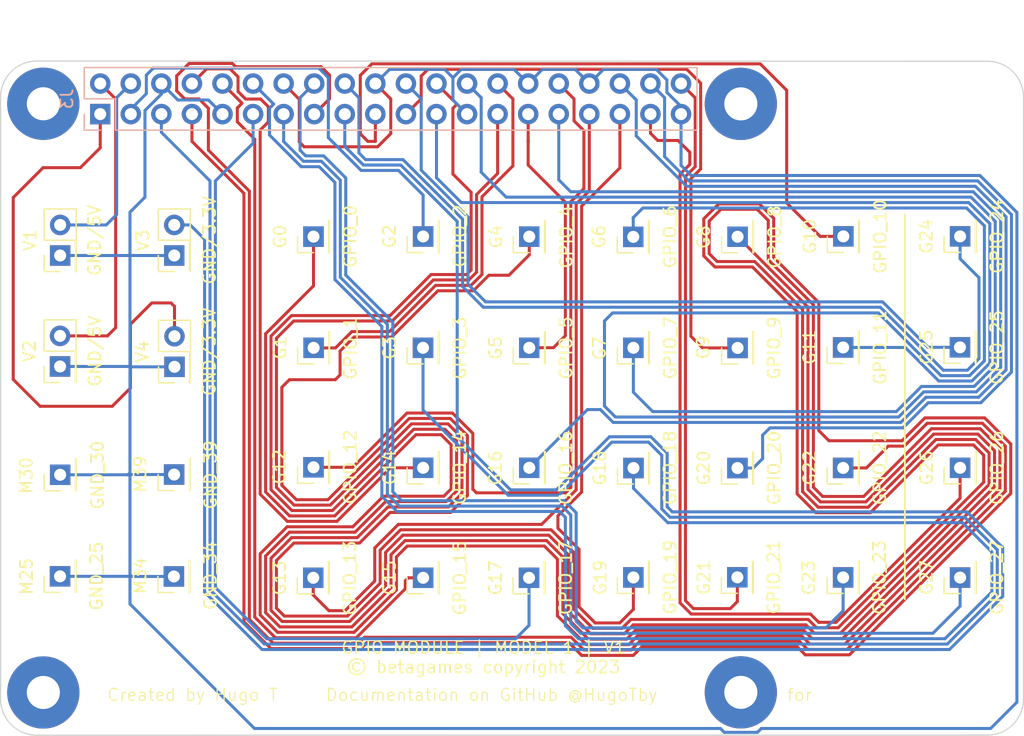
<source format=kicad_pcb>
(kicad_pcb (version 20221018) (generator pcbnew)
  (title_block (title "GPIO MODULE | MODEL 1 | V1") (date "02/03/2023") (company "betagames") (comment 1 "HugoTby © copyright 2023"))
  (layers (0 "F.Cu" signal) (31 "B.Cu" signal) (34 "B.Paste" user) (35 "F.Paste" user) (36 "B.SilkS" user "B.Silkscreen") (37 "F.SilkS" user "F.Silkscreen") (38 "B.Mask" user) (39 "F.Mask" user) (44 "Edge.Cuts" user))
  (net 0 "")
  (net 1 "Net-(2-V4-Pin_2)")
  (net 2 "Net-(2-V2-Pin_2)")
  (net 3 "Net-(G2-Pin_1)")
  (net 4 "Net-(2-V1-Pin_2)")
  (net 5 "Net-(G3-Pin_1)")
  (net 6 "Net-(G4-Pin_1)")
  (net 7 "Net-(2-V1-Pin_1)")
  (net 8 "Net-(2-V3-Pin_2)")
  (net 9 "Net-(G10-Pin_1)")
  (net 10 "Net-(G9-Pin_1)")
  (net 11 "Net-(G11-Pin_1)")
  (net 12 "Net-(G8-Pin_1)")
  (net 13 "Net-(G7-Pin_1)")
  (net 14 "Net-(G0-Pin_1)")
  (net 15 "Net-(G1-Pin_1)")
  (net 16 "Net-(G5-Pin_1)")
  (net 17 "Net-(G6-Pin_1)")
  (net 18 "Net-(G12-Pin_1)")
  (net 19 "Net-(G13-Pin_1)")
  (net 20 "Net-(G14-Pin_1)")
  (net 21 "Net-(G15-Pin_1)")
  (net 22 "Net-(G17-Pin_1)")
  (net 23 "Net-(G18-Pin_1)")
  (net 24 "Net-(G27-Pin_1)")
  (net 25 "Net-(G22-Pin_1)")
  (net 26 "Net-(G23-Pin_1)")
  (net 27 "Net-(G24-Pin_1)")
  (net 28 "Net-(G25-Pin_1)")
  (net 29 "Net-(G19-Pin_1)")
  (net 30 "Net-(G16-Pin_1)")
  (net 31 "Net-(G26-Pin_1)")
  (net 32 "Net-(G20-Pin_1)")
  (net 33 "Net-(G21-Pin_1)")
  (footprint "Connector_PinHeader_2.54mm:PinHeader_1x01_P2.54mm_Vertical" (layer "F.Cu") (at 133.97 106.22 90)
    (fp_text reference "G15")
    (fp_text value "GPIO_15")
  )
  (footprint "Connector_PinHeader_2.54mm:PinHeader_1x01_P2.54mm_Vertical" (layer "F.Cu") (at 160.08 106.18 90)
    (fp_text reference "G21")
    (fp_text value "GPIO_21")
  )
  (footprint "Connector_PinHeader_2.54mm:PinHeader_1x01_P2.54mm_Vertical" (layer "F.Cu") (at 133.97 97.08 90)
    (fp_text reference "G14")
    (fp_text value "GPIO_14")
  )
  (footprint "Connector_PinHeader_2.54mm:PinHeader_1x01_P2.54mm_Vertical" (layer "F.Cu") (at 142.79 97.08 90)
    (fp_text reference "G16")
    (fp_text value "GPIO_16")
  )
  (footprint "Connector_PinHeader_2.54mm:PinHeader_1x01_P2.54mm_Vertical" (layer "F.Cu") (at 113.28 97.64 90)
    (fp_text reference "M39")
    (fp_text value "GND_39")
  )
  (footprint "Connector_PinHeader_2.54mm:PinHeader_1x01_P2.54mm_Vertical" (layer "F.Cu") (at 142.77 106.22 90)
    (fp_text reference "G17")
    (fp_text value "GPIO_17")
  )
  (footprint "Connector_PinHeader_2.54mm:PinHeader_1x01_P2.54mm_Vertical" (layer "F.Cu") (at 168.87 97.09 90)
    (fp_text reference "G22")
    (fp_text value "GPIO_22")
  )
  (footprint "Connector_PinHeader_2.54mm:PinHeader_1x01_P2.54mm_Vertical" (layer "F.Cu") (at 124.86 97.04 90)
    (fp_text reference "G12")
    (fp_text value "GPIO_12")
  )
  (footprint "Connector_PinHeader_2.54mm:PinHeader_1x01_P2.54mm_Vertical" (layer "F.Cu") (at 124.87 87.11 90)
    (fp_text reference "G1")
    (fp_text value "GPIO_1")
  )
  (footprint "Connector_PinHeader_2.54mm:PinHeader_1x01_P2.54mm_Vertical" (layer "F.Cu") (at 113.26 106.11 90)
    (fp_text reference "M34")
    (fp_text value "GND_34")
  )
  (footprint "Connector_PinHeader_2.54mm:PinHeader_1x01_P2.54mm_Vertical" (layer "F.Cu") (at 151.44 87.11 90)
    (fp_text reference "G7")
    (fp_text value "GPIO_7")
  )
  (footprint "Connector_PinHeader_2.54mm:PinHeader_1x01_P2.54mm_Vertical" (layer "F.Cu") (at 124.86 77.87 90)
    (fp_text reference "G0")
    (fp_text value "GPIO_0")
  )
  (footprint "Connector_PinHeader_2.54mm:PinHeader_1x01_P2.54mm_Vertical" (layer "F.Cu") (at 160.09 97.1 90)
    (fp_text reference "G20")
    (fp_text value "GPIO_20")
  )
  (footprint "Connector_PinHeader_2.54mm:PinHeader_1x01_P2.54mm_Vertical" (layer "F.Cu") (at 142.79 77.87 90)
    (fp_text reference "G4")
    (fp_text value "GPIO_4")
  )
  (footprint "Connector_PinHeader_2.54mm:PinHeader_1x01_P2.54mm_Vertical" (layer "F.Cu") (at 142.79 87.11 90)
    (fp_text reference "G5")
    (fp_text value "GPIO_5")
  )
  (footprint "Connector_PinHeader_2.54mm:PinHeader_1x01_P2.54mm_Vertical" (layer "F.Cu") (at 133.97 77.86 90)
    (fp_text reference "G2")
    (fp_text value "GPIO_2")
  )
  (footprint "Connector_PinHeader_2.54mm:PinHeader_1x01_P2.54mm_Vertical" (layer "F.Cu") (at 151.44 106.19 90)
    (fp_text reference "G19")
    (fp_text value "GPIO_19")
  )
  (footprint "Connector_PinHeader_2.54mm:PinHeader_1x01_P2.54mm_Vertical" (layer "F.Cu") (at 160.1 87.12 90)
    (fp_text reference "G9")
    (fp_text value "GPIO_9")
  )
  (footprint "Connector_PinHeader_2.54mm:PinHeader_1x01_P2.54mm_Vertical" (layer "F.Cu") (at 168.87 106.19 90)
    (fp_text reference "G23")
    (fp_text value "GPIO_23")
  )
  (footprint "Connector_PinHeader_2.54mm:PinHeader_1x01_P2.54mm_Vertical" (layer "F.Cu") (at 124.84 106.22 90)
    (fp_text reference "G13")
    (fp_text value "GPIO_13")
  )
  (footprint "Connector_PinHeader_2.54mm:PinHeader_1x01_P2.54mm_Vertical" (layer "F.Cu") (at 178.58 87.07 90)
    (fp_text reference "G25")
    (fp_text value "GPIO_25")
  )
  (footprint "Connector_PinHeader_2.54mm:PinHeader_1x01_P2.54mm_Vertical" (layer "F.Cu") (at 178.59 106.2 90)
    (fp_text reference "G27")
    (fp_text value "GPIO_27")
  )
  (footprint "Connector_PinHeader_2.54mm:PinHeader_1x01_P2.54mm_Vertical" (layer "F.Cu") (at 160.1 77.88 90)
    (fp_text reference "G8")
    (fp_text value "GPIO_8")
  )
  (footprint "Connector_PinHeader_2.54mm:PinHeader_1x01_P2.54mm_Vertical" (layer "F.Cu") (at 151.45 97.1 90)
    (fp_text reference "G18")
    (fp_text value "GPIO_18")
  )
  (footprint "Connector_PinHeader_2.54mm:PinHeader_1x01_P2.54mm_Vertical" (layer "F.Cu") (at 151.43 77.89 90)
    (fp_text reference "G6")
    (fp_text value "GPIO_6")
  )
  (footprint "Connector_PinHeader_2.54mm:PinHeader_2x01_P2.54mm_Vertical" (layer "F.Cu") (at 113.29 79.44 90)
    (fp_text reference "V3")
    (fp_text value "GND/3.3V")
  )
  (footprint "Connector_PinHeader_2.54mm:PinHeader_1x01_P2.54mm_Vertical" (layer "F.Cu") (at 133.96 87.11 90)
    (fp_text reference "G3")
    (fp_text value "GPIO_3")
  )
  (footprint "Connector_PinHeader_2.54mm:PinHeader_1x01_P2.54mm_Vertical" (layer "F.Cu") (at 103.81 97.66 90)
    (fp_text reference "M30")
    (fp_text value "GND_30")
  )
  (footprint "Connector_PinHeader_2.54mm:PinHeader_2x01_P2.54mm_Vertical" (layer "F.Cu") (at 103.8 88.66 90)
    (fp_text reference "V2")
    (fp_text value "GND/5V")
  )
  (footprint "Connector_PinHeader_2.54mm:PinHeader_2x01_P2.54mm_Vertical" (layer "F.Cu") (at 103.81 79.44 90)
    (fp_text reference "V1")
    (fp_text value "GND/5V")
  )
  (footprint "Connector_PinHeader_2.54mm:PinHeader_1x01_P2.54mm_Vertical" (layer "F.Cu") (at 178.59 97.08 90)
    (fp_text reference "G26")
    (fp_text value "GPIO_26")
  )
  (footprint "Connector_PinHeader_2.54mm:PinHeader_1x01_P2.54mm_Vertical" (layer "F.Cu") (at 103.8 106.1 90)
    (fp_text reference "M25")
    (fp_text value "GND_25")
  )
  (footprint "Connector_PinHeader_2.54mm:PinHeader_2x01_P2.54mm_Vertical" (layer "F.Cu") (at 113.31 88.69 90)
    (fp_text reference "V4")
    (fp_text value "GND/3.3V")
  )
  (footprint "Connector_PinHeader_2.54mm:PinHeader_1x01_P2.54mm_Vertical" (layer "F.Cu") (at 168.87 87.08 90)
    (fp_text reference "G11")
    (fp_text value "GPIO_11")
  )
  (footprint "Connector_PinHeader_2.54mm:PinHeader_1x01_P2.54mm_Vertical" (layer "F.Cu") (at 168.89 77.85 90)
    (fp_text reference "G10")
    (fp_text value "GPIO_10")
  )
  (footprint "Connector_PinHeader_2.54mm:PinHeader_1x01_P2.54mm_Vertical" (layer "F.Cu") (at 178.59 77.85 90)
    (fp_text reference "G24")
    (fp_text value "GPIO_24")
  )
  (footprint "Connector_PinSocket_2.54mm:PinSocket_2x20_P2.54mm_Vertical" (layer "B.Cu") (at 107.14 67.69 -90)
    (fp_text reference "J3")
    (fp_text value "Raspberry_Pi_2_3")
  )
  (gr_line (start 174 76) (end 174 108) (stroke (width 0.15)) (layer "F.SilkS"))
  (gr_line (start 180.87 119.29) (end 101.839897 119.300264) (stroke (width 0.1)) (layer "Edge.Cuts"))
  (gr_arc (start 180.909872 63.299447) (mid 182.974148 64.164545) (end 183.86 66.22) (stroke (width 0.1)) (layer "Edge.Cuts"))
  (gr_line (start 101.87 63.28) (end 180.909872 63.299447) (stroke (width 0.1)) (layer "Edge.Cuts"))
  (gr_line (start 183.86 66.22) (end 183.859795 116.269951) (stroke (width 0.1)) (layer "Edge.Cuts"))
  (gr_arc (start 98.86 66.29) (mid 99.741609 64.161609) (end 101.87 63.28) (stroke (width 0.1)) (layer "Edge.Cuts"))
  (gr_arc (start 183.859795 116.269951) (mid 182.991832 118.400643) (end 180.87 119.29) (stroke (width 0.1)) (layer "Edge.Cuts"))
  (gr_arc (start 101.839897 119.300264) (mid 99.748362 118.425708) (end 98.86 116.34) (stroke (width 0.1)) (layer "Edge.Cuts"))
  (gr_line (start 98.86 116.34) (end 98.86 66.29) (stroke (width 0.1)) (layer "Edge.Cuts"))
  (gr_text "GPIO MODULE | MODEL 1 | V1\n© betagames copyright 2023" (at 138.98 114.22) (layer "F.SilkS") (effects (font (size 1 1) (thickness 0.13)) (justify bottom)))
  (gr_text "Documentation on GitHub @HugoTby" (at 125.81 116.53) (layer "F.SilkS") (effects (font (size 1 1) (thickness 0.1)) (justify left bottom)))
  (gr_text "for" (at 164.14 116.53) (layer "F.SilkS") (effects (font (size 1 1) (thickness 0.1)) (justify left bottom)))
  (gr_text "Created by Hugo T" (at 107.65 116.53) (layer "F.SilkS") (effects (font (size 1 1) (thickness 0.1)) (justify left bottom)))
  (via (at 160.37 66.84) (size 6) (drill 2.75) (layers "F.Cu" "B.Cu") (net 0))
  (via (at 102.41 66.83) (size 6) (drill 2.75) (layers "F.Cu" "B.Cu") (net 0))
  (via (at 160.37 115.74) (size 6) (drill 2.75) (layers "F.Cu" "B.Cu") (net 0))
  (via (at 102.41 115.75) (size 6) (drill 2.75) (layers "F.Cu" "B.Cu") (net 0))
  (segment (start 111.42 83.38) (end 113.02 83.38) (width 0.25) (layer "F.Cu") (net 1))
  (segment (start 108.13 91.97) (end 109.65 90.45) (width 0.25) (layer "F.Cu") (net 1))
  (segment (start 105.49 72.14) (end 102.39 72.14) (width 0.25) (layer "F.Cu") (net 1))
  (segment (start 107.14 70.49) (end 105.49 72.14) (width 0.25) (layer "F.Cu") (net 1))
  (segment (start 99.91 89.74) (end 102.14 91.97) (width 0.25) (layer "F.Cu") (net 1))
  (segment (start 107.14 67.69) (end 107.14 70.49) (width 0.25) (layer "F.Cu") (net 1))
  (segment (start 99.91 74.62) (end 99.91 89.74) (width 0.25) (layer "F.Cu") (net 1))
  (segment (start 102.39 72.14) (end 99.91 74.62) (width 0.25) (layer "F.Cu") (net 1))
  (segment (start 113.02 83.38) (end 113.31 83.67) (width 0.25) (layer "F.Cu") (net 1))
  (segment (start 113.31 83.67) (end 113.31 86.15) (width 0.25) (layer "F.Cu") (net 1))
  (segment (start 102.14 91.97) (end 108.13 91.97) (width 0.25) (layer "F.Cu") (net 1))
  (segment (start 109.65 90.45) (end 109.65 85.15) (width 0.25) (layer "F.Cu") (net 1))
  (segment (start 109.65 85.15) (end 111.42 83.38) (width 0.25) (layer "F.Cu") (net 1))
  (segment (start 107.74 86.12) (end 103.8 86.12) (width 0.25) (layer "F.Cu") (net 2))
  (segment (start 108.42 85.44) (end 107.74 86.12) (width 0.25) (layer "F.Cu") (net 2))
  (segment (start 108.42 66.43) (end 108.42 85.44) (width 0.25) (layer "F.Cu") (net 2))
  (segment (start 107.14 65.15) (end 108.42 66.43) (width 0.25) (layer "F.Cu") (net 2))
  (segment (start 111.56 63.86) (end 110.97 64.45) (width 0.25) (layer "B.Cu") (net 3))
  (segment (start 125.291701 63.86) (end 111.56 63.86) (width 0.25) (layer "B.Cu") (net 3))
  (segment (start 109.68 67.28) (end 109.68 67.69) (width 0.25) (layer "B.Cu") (net 3))
  (segment (start 128.817208 72.37) (end 126.095 69.647792) (width 0.25) (layer "B.Cu") (net 3))
  (segment (start 126.095 64.663299) (end 125.291701 63.86) (width 0.25) (layer "B.Cu") (net 3))
  (segment (start 133.97 77.86) (end 133.97 74.416396) (width 0.25) (layer "B.Cu") (net 3))
  (segment (start 110.97 65.99) (end 109.68 67.28) (width 0.25) (layer "B.Cu") (net 3))
  (segment (start 110.97 64.45) (end 110.97 65.99) (width 0.25) (layer "B.Cu") (net 3))
  (segment (start 126.095 69.647792) (end 126.095 64.663299) (width 0.25) (layer "B.Cu") (net 3))
  (segment (start 133.97 74.416396) (end 131.923604 72.37) (width 0.25) (layer "B.Cu") (net 3))
  (segment (start 131.923604 72.37) (end 128.817208 72.37) (width 0.25) (layer "B.Cu") (net 3))
  (segment (start 109.68 65.15) (end 108.505 66.325) (width 0.25) (layer "B.Cu") (net 4))
  (segment (start 107.64 76.9) (end 103.81 76.9) (width 0.25) (layer "B.Cu") (net 4))
  (segment (start 108.505 66.325) (end 108.505 76.035) (width 0.25) (layer "B.Cu") (net 4))
  (segment (start 108.505 76.035) (end 107.64 76.9) (width 0.25) (layer "B.Cu") (net 4))
  (segment (start 149.646396 94.95) (end 145.236396 99.36) (width 0.25) (layer "B.Cu") (net 5))
  (segment (start 178.976396 101.19) (end 154.486396 101.19) (width 0.25) (layer "B.Cu") (net 5))
  (segment (start 153.8 96.046396) (end 152.703604 94.95) (width 0.25) (layer "B.Cu") (net 5))
  (segment (start 154.486396 101.19) (end 153.8 100.503604) (width 0.25) (layer "B.Cu") (net 5))
  (segment (start 145.236396 99.36) (end 141.04 99.36) (width 0.25) (layer "B.Cu") (net 5))
  (segment (start 116.26 107.216396) (end 120.773604 111.73) (width 0.25) (layer "B.Cu") (net 5))
  (segment (start 181.68 107.573604) (end 181.68 103.893604) (width 0.25) (layer "B.Cu") (net 5))
  (segment (start 153.8 100.503604) (end 153.8 96.046396) (width 0.25) (layer "B.Cu") (net 5))
  (segment (start 120.773604 111.73) (end 177.523604 111.73) (width 0.25) (layer "B.Cu") (net 5))
  (segment (start 116.26 73.24) (end 116.26 107.216396) (width 0.25) (layer "B.Cu") (net 5))
  (segment (start 177.523604 111.73) (end 181.68 107.573604) (width 0.25) (layer "B.Cu") (net 5))
  (segment (start 152.703604 94.95) (end 149.646396 94.95) (width 0.25) (layer "B.Cu") (net 5))
  (segment (start 133.96 92.28) (end 133.96 87.11) (width 0.25) (layer "B.Cu") (net 5))
  (segment (start 181.68 103.893604) (end 178.976396 101.19) (width 0.25) (layer "B.Cu") (net 5))
  (segment (start 141.04 99.36) (end 133.96 92.28) (width 0.25) (layer "B.Cu") (net 5))
  (segment (start 112.22 67.69) (end 112.22 69.2) (width 0.25) (layer "B.Cu") (net 5))
  (segment (start 112.22 69.2) (end 116.26 73.24) (width 0.25) (layer "B.Cu") (net 5))
  (segment (start 175.667208 92.93) (end 180.63 92.93) (width 0.25) (layer "F.Cu") (net 6))
  (segment (start 147.144416 112.67) (end 146.084416 111.61) (width 0.25) (layer "F.Cu") (net 6))
  (segment (start 182.8 99.212792) (end 169.392792 112.62) (width 0.25) (layer "F.Cu") (net 6))
  (segment (start 180.55 98.280812) (end 180.55 96.03198) (width 0.25) (layer "F.Cu") (net 6))
  (segment (start 165.724416 112.62) (end 165.034416 111.93) (width 0.25) (layer "F.Cu") (net 6))
  (segment (start 122.23 90.39) (end 122.23 98.527208) (width 0.25) (layer "F.Cu") (net 6))
  (segment (start 157.29 79.47) (end 157.29 76.39) (width 0.25) (layer "F.Cu") (net 6))
  (segment (start 121.32 112.1) (end 119.08 109.86) (width 0.25) (layer "F.Cu") (net 6))
  (segment (start 131.352792 86.21) (end 128.235 86.21) (width 0.25) (layer "F.Cu") (net 6))
  (segment (start 166.85 83.353604) (end 166.85 93.99) (width 0.25) (layer "F.Cu") (net 6))
  (segment (start 119.08 109.86) (end 119.08 74.275) (width 0.25) (layer "F.Cu") (net 6))
  (segment (start 171.136396 100.81) (end 166.610812 100.81) (width 0.25) (layer "F.Cu") (net 6))
  (segment (start 150.5 110.42) (end 151.24 109.68) (width 0.25) (layer "F.Cu") (net 6))
  (segment (start 130.4 106.673604) (end 130.4 103.926396) (width 0.25) (layer "F.Cu") (net 6))
  (segment (start 122.23 98.527208) (end 123.432792 99.73) (width 0.25) (layer "F.Cu") (net 6))
  (segment (start 176.766396 95.18) (end 171.136396 100.81) (width 0.25) (layer "F.Cu") (net 6))
  (segment (start 146.084416 111.61) (end 129.28198 111.61) (width 0.25) (layer "F.Cu") (net 6))
  (segment (start 128.79198 112.1) (end 121.32 112.1) (width 0.25) (layer "F.Cu") (net 6))
  (segment (start 123.229188 103.33) (end 121.78 104.779188) (width 0.25) (layer "F.Cu") (net 6))
  (segment (start 131.225584 100.79) (end 128.685584 103.33) (width 0.25) (layer "F.Cu") (net 6))
  (segment (start 169.392792 112.62) (end 165.724416 112.62) (width 0.25) (layer "F.Cu") (net 6))
  (segment (start 151.24 109.68) (end 165.966396 109.68) (width 0.25) (layer "F.Cu") (net 6))
  (segment (start 129.28198 111.61) (end 128.79198 112.1) (width 0.25) (layer "F.Cu") (net 6))
  (segment (start 121.78 104.779188) (end 121.78 108.741624) (width 0.25) (layer "F.Cu") (net 6))
  (segment (start 146.48 104.107208) (end 146.48 108.823604) (width 0.25) (layer "F.Cu") (net 6))
  (segment (start 180.63 92.93) (end 182.8 95.1) (width 0.25) (layer "F.Cu") (net 6))
  (segment (start 137.65 99.39) (end 136.25 100.79) (width 0.25) (layer "F.Cu") (net 6))
  (segment (start 158.21 80.39) (end 157.29 79.47) (width 0.25) (layer "F.Cu") (net 6))
  (segment (start 138.139188 82.37) (end 135.192792 82.37) (width 0.25) (layer "F.Cu") (net 6))
  (segment (start 165.034416 111.93) (end 152.17198 111.93) (width 0.25) (layer "F.Cu") (net 6))
  (segment (start 152.17198 111.93) (end 151.43198 112.67) (width 0.25) (layer "F.Cu") (net 6))
  (segment (start 166.656396 110.37) (end 168.460812 110.37) (width 0.25) (layer "F.Cu") (net 6))
  (segment (start 119.08 74.275) (end 114.76 69.955) (width 0.25) (layer "F.Cu") (net 6))
  (segment (start 123.432792 99.73) (end 126.063604 99.73) (width 0.25) (layer "F.Cu") (net 6))
  (segment (start 161.91 75.15) (end 163.1 76.34) (width 0.25) (layer "F.Cu") (net 6))
  (segment (start 141.1 81.08) (end 139.429188 81.08) (width 0.25) (layer "F.Cu") (net 6))
  (segment (start 132.096396 102.23) (end 144.602792 102.23) (width 0.25) (layer "F.Cu") (net 6))
  (segment (start 126.063604 99.73) (end 132.813604 92.98) (width 0.25) (layer "F.Cu") (net 6))
  (segment (start 121.78 108.741624) (end 122.438376 109.4) (width 0.25) (layer "F.Cu") (net 6))
  (segment (start 163.1 76.34) (end 163.1 79.603604) (width 0.25) (layer "F.Cu") (net 6))
  (segment (start 158.53 75.15) (end 161.91 75.15) (width 0.25) (layer "F.Cu") (net 6))
  (segment (start 128.235 86.21) (end 127.07 87.375) (width 0.25) (layer "F.Cu") (net 6))
  (segment (start 136.223604 92.98) (end 137.65 94.406396) (width 0.25) (layer "F.Cu") (net 6))
  (segment (start 139.429188 81.08) (end 138.139188 82.37) (width 0.25) (layer "F.Cu") (net 6))
  (segment (start 166.610812 100.81) (end 165.05 99.249188) (width 0.25) (layer "F.Cu") (net 6))
  (segment (start 142.79 79.39) (end 141.1 81.08) (width 0.25) (layer "F.Cu") (net 6))
  (segment (start 122.438376 109.4) (end 127.673604 109.4) (width 0.25) (layer "F.Cu") (net 6))
  (segment (start 157.29 76.39) (end 158.53 75.15) (width 0.25) (layer "F.Cu") (net 6))
  (segment (start 179.69802 95.18) (end 176.766396 95.18) (width 0.25) (layer "F.Cu") (net 6))
  (segment (start 168.460812 110.37) (end 180.55 98.280812) (width 0.25) (layer "F.Cu") (net 6))
  (segment (start 128.685584 103.33) (end 123.229188 103.33) (width 0.25) (layer "F.Cu") (net 6))
  (segment (start 122.86 89.76) (end 122.23 90.39) (width 0.25) (layer "F.Cu") (net 6))
  (segment (start 144.602792 102.23) (end 146.48 104.107208) (width 0.25) (layer "F.Cu") (net 6))
  (segment (start 135.192792 82.37) (end 131.352792 86.21) (width 0.25) (layer "F.Cu") (net 6))
  (segment (start 167.69 94.83) (end 173.767208 94.83) (width 0.25) (layer "F.Cu") (net 6))
  (segment (start 163.1 79.603604) (end 166.85 83.353604) (width 0.25) (layer "F.Cu") (net 6))
  (segment (start 166.85 93.99) (end 167.69 94.83) (width 0.25) (layer "F.Cu") (net 6))
  (segment (start 136.25 100.79) (end 131.225584 100.79) (width 0.25) (layer "F.Cu") (net 6))
  (segment (start 114.76 69.955) (end 114.76 67.7) (width 0.25) (layer "F.Cu") (net 6))
  (segment (start 161.337208 80.39) (end 158.21 80.39) (width 0.25) (layer "F.Cu") (net 6))
  (segment (start 127.673604 109.4) (end 130.4 106.673604) (width 0.25) (layer "F.Cu") (net 6))
  (segment (start 182.8 95.1) (end 182.8 99.212792) (width 0.25) (layer "F.Cu") (net 6))
  (segment (start 127.07 87.375) (end 127.07 89.36) (width 0.25) (layer "F.Cu") (net 6))
  (segment (start 127.07 89.36) (end 126.67 89.76) (width 0.25) (layer "F.Cu") (net 6))
  (segment (start 165.966396 109.68) (end 166.656396 110.37) (width 0.25) (layer "F.Cu") (net 6))
  (segment (start 148.076396 110.42) (end 150.5 110.42) (width 0.25) (layer "F.Cu") (net 6))
  (segment (start 180.55 96.03198) (end 179.69802 95.18) (width 0.25) (layer "F.Cu") (net 6))
  (segment (start 130.4 103.926396) (end 132.096396 102.23) (width 0.25) (layer "F.Cu") (net 6))
  (segment (start 165.05 84.102792) (end 161.337208 80.39) (width 0.25) (layer "F.Cu") (net 6))
  (segment (start 151.43198 112.67) (end 147.144416 112.67) (width 0.25) (layer "F.Cu") (net 6))
  (segment (start 132.813604 92.98) (end 136.223604 92.98) (width 0.25) (layer "F.Cu") (net 6))
  (segment (start 142.79 77.87) (end 142.79 79.39) (width 0.25) (layer "F.Cu") (net 6))
  (segment (start 137.65 94.406396) (end 137.65 99.39) (width 0.25) (layer "F.Cu") (net 6))
  (segment (start 146.48 108.823604) (end 148.076396 110.42) (width 0.25) (layer "F.Cu") (net 6))
  (segment (start 126.67 89.76) (end 122.86 89.76) (width 0.25) (layer "F.Cu") (net 6))
  (segment (start 165.05 99.249188) (end 165.05 84.102792) (width 0.25) (layer "F.Cu") (net 6))
  (segment (start 173.767208 94.83) (end 175.667208 92.93) (width 0.25) (layer "F.Cu") (net 6))
  (segment (start 122.38 65.16) (end 123.68 66.46) (width 0.25) (layer "F.Cu") (net 7))
  (segment (start 123.68 66.46) (end 123.68 70.005) (width 0.25) (layer "F.Cu") (net 7))
  (segment (start 131.28 66.43) (end 130 65.15) (width 0.25) (layer "F.Cu") (net 7))
  (segment (start 131.28 69.311396) (end 131.28 66.43) (width 0.25) (layer "F.Cu") (net 7))
  (segment (start 124.08 70.405) (end 130.186396 70.405) (width 0.25) (layer "F.Cu") (net 7))
  (segment (start 123.68 70.005) (end 124.08 70.405) (width 0.25) (layer "F.Cu") (net 7))
  (segment (start 130.186396 70.405) (end 131.28 69.311396) (width 0.25) (layer "F.Cu") (net 7))
  (segment (start 155.4 71.95) (end 156.24 72.79) (width 0.25) (layer "B.Cu") (net 7))
  (segment (start 113.31 88.69) (end 109.63 88.69) (width 0.25) (layer "B.Cu") (net 7))
  (segment (start 154.225 64.853299) (end 154.225 65.878604) (width 0.25) (layer "B.Cu") (net 7))
  (segment (start 109.61 97.5) (end 109.61 105.96) (width 0.25) (layer "B.Cu") (net 7))
  (segment (start 112.22 65.15) (end 113.585 66.515) (width 0.25) (layer "B.Cu") (net 7))
  (segment (start 110.855 74.595) (end 109.61 75.84) (width 0.25) (layer "B.Cu") (net 7))
  (segment (start 103.8 106.1) (end 109.6 106.1) (width 0.25) (layer "B.Cu") (net 7))
  (segment (start 131.175 63.975) (end 130 65.15) (width 0.25) (layer "B.Cu") (net 7))
  (segment (start 109.6 106.1) (end 109.61 106.11) (width 0.25) (layer "B.Cu") (net 7))
  (segment (start 141.525 63.975) (end 137.133299 63.975) (width 0.25) (layer "B.Cu") (net 7))
  (segment (start 109.76 106.11) (end 109.61 105.96) (width 0.25) (layer "B.Cu") (net 7))
  (segment (start 142.7 65.15) (end 141.525 63.975) (width 0.25) (layer "B.Cu") (net 7))
  (segment (start 154.225 65.878604) (end 155.4 67.053604) (width 0.25) (layer "B.Cu") (net 7))
  (segment (start 147.78 65.15) (end 148.955 63.975) (width 0.25) (layer "B.Cu") (net 7))
  (segment (start 112.22 66.028299) (end 110.855 67.393299) (width 0.25) (layer "B.Cu") (net 7))
  (segment (start 155.4 67.69) (end 155.4 71.95) (width 0.25) (layer "B.Cu") (net 7))
  (segment (start 112.22 65.15) (end 112.22 66.028299) (width 0.25) (layer "B.Cu") (net 7))
  (segment (start 113.28 97.64) (end 109.47 97.64) (width 0.25) (layer "B.Cu") (net 7))
  (segment (start 119.95 118.74) (end 109.61 108.4) (width 0.25) (layer "B.Cu") (net 7))
  (segment (start 146.605 63.975) (end 143.875 63.975) (width 0.25) (layer "B.Cu") (net 7))
  (segment (start 113.29 79.44) (end 109.63 79.44) (width 0.25) (layer "B.Cu") (net 7))
  (segment (start 109.59 79.44) (end 109.61 79.42) (width 0.25) (layer "B.Cu") (net 7))
  (segment (start 181.13 118.74) (end 162.072261 118.74) (width 0.25) (layer "B.Cu") (net 7))
  (segment (start 162.072261 118.74) (end 161.747261 119.065) (width 0.25) (layer "B.Cu") (net 7))
  (segment (start 110.855 67.393299) (end 110.855 74.595) (width 0.25) (layer "B.Cu") (net 7))
  (segment (start 183.31 75.85802) (end 183.31 116.56) (width 0.25) (layer "B.Cu") (net 7))
  (segment (start 136.445 66.515) (end 137.62 67.69) (width 0.25) (layer "B.Cu") (net 7))
  (segment (start 109.63 79.44) (end 109.61 79.42) (width 0.25) (layer "B.Cu") (net 7))
  (segment (start 109.6 88.66) (end 109.61 88.65) (width 0.25) (layer "B.Cu") (net 7))
  (segment (start 113.585 66.515) (end 116.125 66.515) (width 0.25) (layer "B.Cu") (net 7))
  (segment (start 109.63 88.69) (end 109.6 88.66) (width 0.25) (layer "B.Cu") (net 7))
  (segment (start 155.4 67.053604) (end 155.4 67.69) (width 0.25) (layer "B.Cu") (net 7))
  (segment (start 103.81 79.44) (end 109.59 79.44) (width 0.25) (layer "B.Cu") (net 7))
  (segment (start 156.24 72.79) (end 180.24198 72.79) (width 0.25) (layer "B.Cu") (net 7))
  (segment (start 109.61 75.84) (end 109.61 79.42) (width 0.25) (layer "B.Cu") (net 7))
  (segment (start 109.61 105.96) (end 109.61 106.11) (width 0.25) (layer "B.Cu") (net 7))
  (segment (start 148.955 63.975) (end 153.346701 63.975) (width 0.25) (layer "B.Cu") (net 7))
  (segment (start 147.78 65.15) (end 146.605 63.975) (width 0.25) (layer "B.Cu") (net 7))
  (segment (start 158.992739 119.065) (end 158.667739 118.74) (width 0.25) (layer "B.Cu") (net 7))
  (segment (start 103.81 97.66) (end 109.45 97.66) (width 0.25) (layer "B.Cu") (net 7))
  (segment (start 109.61 88.65) (end 109.61 97.5) (width 0.25) (layer "B.Cu") (net 7))
  (segment (start 183.31 116.56) (end 181.13 118.74) (width 0.25) (layer "B.Cu") (net 7))
  (segment (start 137.133299 63.975) (end 136.445 64.663299) (width 0.25) (layer "B.Cu") (net 7))
  (segment (start 143.875 63.975) (end 142.7 65.15) (width 0.25) (layer "B.Cu") (net 7))
  (segment (start 136.445 64.663299) (end 135.756701 63.975) (width 0.25) (layer "B.Cu") (net 7))
  (segment (start 109.61 79.42) (end 109.61 88.65) (width 0.25) (layer "B.Cu") (net 7))
  (segment (start 109.61 108.4) (end 109.61 106.11) (width 0.25) (layer "B.Cu") (net 7))
  (segment (start 153.346701 63.975) (end 154.225 64.853299) (width 0.25) (layer "B.Cu") (net 7))
  (segment (start 103.8 88.66) (end 109.6 88.66) (width 0.25) (layer "B.Cu") (net 7))
  (segment (start 109.47 97.64) (end 109.45 97.66) (width 0.25) (layer "B.Cu") (net 7))
  (segment (start 180.24198 72.79) (end 183.31 75.85802) (width 0.25) (layer "B.Cu") (net 7))
  (segment (start 136.445 64.663299) (end 136.445 66.515) (width 0.25) (layer "B.Cu") (net 7))
  (segment (start 116.125 66.515) (end 117.3 67.69) (width 0.25) (layer "B.Cu") (net 7))
  (segment (start 135.756701 63.975) (end 131.175 63.975) (width 0.25) (layer "B.Cu") (net 7))
  (segment (start 158.667739 118.74) (end 119.95 118.74) (width 0.25) (layer "B.Cu") (net 7))
  (segment (start 161.747261 119.065) (end 158.992739 119.065) (width 0.25) (layer "B.Cu") (net 7))
  (segment (start 113.26 106.11) (end 109.76 106.11) (width 0.25) (layer "B.Cu") (net 7))
  (segment (start 109.45 97.66) (end 109.61 97.5) (width 0.25) (layer "B.Cu") (net 7))
  (segment (start 114.6 76.88) (end 114.58 76.9) (width 0.25) (layer "B.Cu") (net 8))
  (segment (start 120.587208 112.18) (end 115.81 107.402792) (width 0.25) (layer "B.Cu") (net 8))
  (segment (start 114.58 76.9) (end 113.29 76.9) (width 0.25) (layer "B.Cu") (net 8))
  (segment (start 182.13 107.76) (end 177.71 112.18) (width 0.25) (layer "B.Cu") (net 8))
  (segment (start 115.81 78.09) (end 114.6 76.88) (width 0.25) (layer "B.Cu") (net 8))
  (segment (start 154.25 100.317208) (end 154.672792 100.74) (width 0.25) (layer "B.Cu") (net 8))
  (segment (start 154.672792 100.74) (end 179.162792 100.74) (width 0.25) (layer "B.Cu") (net 8))
  (segment (start 177.71 112.18) (end 120.587208 112.18) (width 0.25) (layer "B.Cu") (net 8))
  (segment (start 152.89 94.5) (end 154.25 95.86) (width 0.25) (layer "B.Cu") (net 8))
  (segment (start 154.25 95.86) (end 154.25 100.317208) (width 0.25) (layer "B.Cu") (net 8))
  (segment (start 182.13 103.707208) (end 182.13 107.76) (width 0.25) (layer "B.Cu") (net 8))
  (segment (start 136.8 76.61) (end 136.8 94.483604) (width 0.25) (layer "B.Cu") (net 8))
  (segment (start 132.11 71.92) (end 136.8 76.61) (width 0.25) (layer "B.Cu") (net 8))
  (segment (start 127.46 70.376396) (end 129.003604 71.92) (width 0.25) (layer "B.Cu") (net 8))
  (segment (start 127.46 67.69) (end 127.46 70.376396) (width 0.25) (layer "B.Cu") (net 8))
  (segment (start 149.46 94.5) (end 152.89 94.5) (width 0.25) (layer "B.Cu") (net 8))
  (segment (start 179.162792 100.74) (end 182.13 103.707208) (width 0.25) (layer "B.Cu") (net 8))
  (segment (start 129.003604 71.92) (end 132.11 71.92) (width 0.25) (layer "B.Cu") (net 8))
  (segment (start 115.81 107.402792) (end 115.81 78.09) (width 0.25) (layer "B.Cu") (net 8))
  (segment (start 145.05 98.91) (end 149.46 94.5) (width 0.25) (layer "B.Cu") (net 8))
  (segment (start 141.226396 98.91) (end 145.05 98.91) (width 0.25) (layer "B.Cu") (net 8))
  (segment (start 136.8 94.483604) (end 141.226396 98.91) (width 0.25) (layer "B.Cu") (net 8))
  (segment (start 168.89 77.85) (end 166.96 77.85) (width 0.25) (layer "F.Cu") (net 9))
  (segment (start 129.705 63.515) (end 128.75 64.47) (width 0.25) (layer "F.Cu") (net 9))
  (segment (start 164.18 65.71) (end 161.985 63.515) (width 0.25) (layer "F.Cu") (net 9))
  (segment (start 166.96 77.85) (end 164.18 75.07) (width 0.25) (layer "F.Cu") (net 9))
  (segment (start 164.18 75.07) (end 164.18 65.71) (width 0.25) (layer "F.Cu") (net 9))
  (segment (start 161.985 63.515) (end 129.705 63.515) (width 0.25) (layer "F.Cu") (net 9))
  (segment (start 130 69.955) (end 130 67.7) (width 0.25) (layer "F.Cu") (net 9))
  (segment (start 129.375 69.955) (end 130 69.955) (width 0.25) (layer "F.Cu") (net 9))
  (segment (start 128.75 64.47) (end 128.75 69.33) (width 0.25) (layer "F.Cu") (net 9))
  (segment (start 128.75 69.33) (end 129.375 69.955) (width 0.25) (layer "F.Cu") (net 9))
  (segment (start 157.19 87.12) (end 156.22 86.15) (width 0.25) (layer "F.Cu") (net 10))
  (segment (start 133.81 66.42) (end 132.54 67.69) (width 0.25) (layer "F.Cu") (net 10))
  (segment (start 133.81 64.53) (end 133.81 66.42) (width 0.25) (layer "F.Cu") (net 10))
  (segment (start 134.375 63.965) (end 133.81 64.53) (width 0.25) (layer "F.Cu") (net 10))
  (segment (start 157.03 72.246396) (end 157.03 65.118299) (width 0.25) (layer "F.Cu") (net 10))
  (segment (start 156.22 73.056396) (end 157.03 72.246396) (width 0.25) (layer "F.Cu") (net 10))
  (segment (start 160.1 87.12) (end 157.19 87.12) (width 0.25) (layer "F.Cu") (net 10))
  (segment (start 155.876701 63.965) (end 134.375 63.965) (width 0.25) (layer "F.Cu") (net 10))
  (segment (start 157.03 65.118299) (end 155.876701 63.965) (width 0.25) (layer "F.Cu") (net 10))
  (segment (start 156.22 86.15) (end 156.22 73.056396) (width 0.25) (layer "F.Cu") (net 10))
  (segment (start 168.87 87.08) (end 174.03 87.08) (width 0.25) (layer "B.Cu") (net 11))
  (segment (start 135.08 72.980812) (end 135.08 67.69) (width 0.25) (layer "B.Cu") (net 11))
  (segment (start 181.06 88.38) (end 181.06 76.79) (width 0.25) (layer "B.Cu") (net 11))
  (segment (start 174.03 87.08) (end 176.82 89.87) (width 0.25) (layer "B.Cu") (net 11))
  (segment (start 181.06 76.79) (end 179.31 75.04) (width 0.25) (layer "B.Cu") (net 11))
  (segment (start 179.31 75.04) (end 137.139188 75.04) (width 0.25) (layer "B.Cu") (net 11))
  (segment (start 179.57 89.87) (end 181.06 88.38) (width 0.25) (layer "B.Cu") (net 11))
  (segment (start 137.139188 75.04) (end 135.08 72.980812) (width 0.25) (layer "B.Cu") (net 11))
  (segment (start 176.82 89.87) (end 179.57 89.87) (width 0.25) (layer "B.Cu") (net 11))
  (segment (start 145.58 104.48) (end 145.58 109.196396) (width 0.25) (layer "F.Cu") (net 12))
  (segment (start 165.95 83.73) (end 160.1 77.88) (width 0.25) (layer "F.Cu") (net 12))
  (segment (start 123.03 84.43) (end 121.33 86.13) (width 0.25) (layer "F.Cu") (net 12))
  (segment (start 128.312792 102.43) (end 122.856396 102.43) (width 0.25) (layer "F.Cu") (net 12))
  (segment (start 165.95 98.876396) (end 165.95 83.73) (width 0.25) (layer "F.Cu") (net 12))
  (segment (start 136.445 67.203299) (end 136.445 72.672208) (width 0.25) (layer "F.Cu") (net 12))
  (segment (start 120.88 109.114416) (end 122.065584 110.3) (width 0.25) (layer "F.Cu") (net 12))
  (segment (start 181.45 98.653604) (end 181.45 95.659188) (width 0.25) (layer "F.Cu") (net 12))
  (segment (start 122.065584 110.3) (end 128.046396 110.3) (width 0.25) (layer "F.Cu") (net 12))
  (segment (start 136.75 99.017208) (end 135.877208 99.89) (width 0.25) (layer "F.Cu") (net 12))
  (segment (start 170.763604 99.91) (end 166.983604 99.91) (width 0.25) (layer "F.Cu") (net 12))
  (segment (start 168.833604 111.27) (end 181.45 98.653604) (width 0.25) (layer "F.Cu") (net 12))
  (segment (start 121.33 98.9) (end 123.06 100.63) (width 0.25) (layer "F.Cu") (net 12))
  (segment (start 151.612792 110.58) (end 165.593604 110.58) (width 0.25) (layer "F.Cu") (net 12))
  (segment (start 166.983604 99.91) (end 165.95 98.876396) (width 0.25) (layer "F.Cu") (net 12))
  (segment (start 166.283604 111.27) (end 168.833604 111.27) (width 0.25) (layer "F.Cu") (net 12))
  (segment (start 135.877208 99.89) (end 130.852792 99.89) (width 0.25) (layer "F.Cu") (net 12))
  (segment (start 144.23 103.13) (end 145.58 104.48) (width 0.25) (layer "F.Cu") (net 12))
  (segment (start 122.856396 102.43) (end 120.88 104.406396) (width 0.25) (layer "F.Cu") (net 12))
  (segment (start 136.78415 66.86415) (end 136.445 67.203299) (width 0.25) (layer "F.Cu") (net 12))
  (segment (start 176.393604 94.28) (end 170.763604 99.91) (width 0.25) (layer "F.Cu") (net 12))
  (segment (start 121.33 86.13) (end 121.33 98.9) (width 0.25) (layer "F.Cu") (net 12))
  (segment (start 137.96 80.64) (end 137.58 81.02) (width 0.25) (layer "F.Cu") (net 12))
  (segment (start 120.88 104.406396) (end 120.88 109.114416) (width 0.25) (layer "F.Cu") (net 12))
  (segment (start 134.633604 81.02) (end 131.223604 84.43) (width 0.25) (layer "F.Cu") (net 12))
  (segment (start 181.45 95.659188) (end 180.070812 94.28) (width 0.25) (layer "F.Cu") (net 12))
  (segment (start 165.593604 110.58) (end 166.283604 111.27) (width 0.25) (layer "F.Cu") (net 12))
  (segment (start 147.703604 111.32) (end 150.872792 111.32) (width 0.25) (layer "F.Cu") (net 12))
  (segment (start 136.75 94.85) (end 136.75 99.017208) (width 0.25) (layer "F.Cu") (net 12))
  (segment (start 133.186396 93.88) (end 135.78 93.88) (width 0.25) (layer "F.Cu") (net 12))
  (segment (start 180.070812 94.28) (end 176.393604 94.28) (width 0.25) (layer "F.Cu") (net 12))
  (segment (start 137.58 81.02) (end 134.633604 81.02) (width 0.25) (layer "F.Cu") (net 12))
  (segment (start 132.469188 103.13) (end 144.23 103.13) (width 0.25) (layer "F.Cu") (net 12))
  (segment (start 137.96 74.187208) (end 137.96 80.64) (width 0.25) (layer "F.Cu") (net 12))
  (segment (start 145.58 109.196396) (end 147.703604 111.32) (width 0.25) (layer "F.Cu") (net 12))
  (segment (start 128.046396 110.3) (end 131.3 107.046396) (width 0.25) (layer "F.Cu") (net 12))
  (segment (start 131.3 107.046396) (end 131.3 104.299188) (width 0.25) (layer "F.Cu") (net 12))
  (segment (start 130.852792 99.89) (end 128.312792 102.43) (width 0.25) (layer "F.Cu") (net 12))
  (segment (start 150.872792 111.32) (end 151.612792 110.58) (width 0.25) (layer "F.Cu") (net 12))
  (segment (start 123.06 100.63) (end 126.436396 100.63) (width 0.25) (layer "F.Cu") (net 12))
  (segment (start 126.436396 100.63) (end 133.186396 93.88) (width 0.25) (layer "F.Cu") (net 12))
  (segment (start 135.08 65.16) (end 136.78415 66.86415) (width 0.25) (layer "F.Cu") (net 12))
  (segment (start 131.223604 84.43) (end 123.03 84.43) (width 0.25) (layer "F.Cu") (net 12))
  (segment (start 135.78 93.88) (end 136.75 94.85) (width 0.25) (layer "F.Cu") (net 12))
  (segment (start 131.3 104.299188) (end 132.469188 103.13) (width 0.25) (layer "F.Cu") (net 12))
  (segment (start 136.445 72.672208) (end 137.96 74.187208) (width 0.25) (layer "F.Cu") (net 12))
  (segment (start 181.51 88.566396) (end 181.51 76.603604) (width 0.25) (layer "B.Cu") (net 13))
  (segment (start 151.44 87.11) (end 151.44 90.8) (width 0.25) (layer "B.Cu") (net 13))
  (segment (start 179.756396 90.32) (end 181.51 88.566396) (width 0.25) (layer "B.Cu") (net 13))
  (segment (start 138.795 72.515) (end 138.795 66.325) (width 0.25) (layer "B.Cu") (net 13))
  (segment (start 175.380812 90.32) (end 179.756396 90.32) (width 0.25) (layer "B.Cu") (net 13))
  (segment (start 153.05 92.41) (end 173.290812 92.41) (width 0.25) (layer "B.Cu") (net 13))
  (segment (start 181.51 76.603604) (end 179.496396 74.59) (width 0.25) (layer "B.Cu") (net 13))
  (segment (start 140.87 74.59) (end 138.795 72.515) (width 0.25) (layer "B.Cu") (net 13))
  (segment (start 138.795 66.325) (end 137.62 65.15) (width 0.25) (layer "B.Cu") (net 13))
  (segment (start 179.496396 74.59) (end 140.87 74.59) (width 0.25) (layer "B.Cu") (net 13))
  (segment (start 173.290812 92.41) (end 175.380812 90.32) (width 0.25) (layer "B.Cu") (net 13))
  (segment (start 151.44 90.8) (end 153.05 92.41) (width 0.25) (layer "B.Cu") (net 13))
  (segment (start 121.33 108.92802) (end 122.25198 109.85) (width 0.25) (layer "F.Cu") (net 14))
  (segment (start 166.4 83.54) (end 166.4 98.69) (width 0.25) (layer "F.Cu") (net 14))
  (segment (start 138.41 80.826396) (end 137.766396 81.47) (width 0.25) (layer "F.Cu") (net 14))
  (segment (start 165.5 99.062792) (end 165.5 83.916396) (width 0.25) (layer "F.Cu") (net 14))
  (segment (start 151.799188 111.03) (end 151.059188 111.77) (width 0.25) (layer "F.Cu") (net 14))
  (segment (start 127.86 109.85) (end 130.85 106.86) (width 0.25) (layer "F.Cu") (net 14))
  (segment (start 140.16 72.623604) (end 138.41 74.373604) (width 0.25) (layer "F.Cu") (net 14))
  (segment (start 181.9 95.472792) (end 181.9 98.84) (width 0.25) (layer "F.Cu") (net 14))
  (segment (start 136.063604 100.34) (end 131.039188 100.34) (width 0.25) (layer "F.Cu") (net 14))
  (segment (start 136.3 98.830812) (end 136.3 95.17) (width 0.25) (layer "F.Cu") (net 14))
  (segment (start 121.879188 110.75) (end 120.43 109.300812) (width 0.25) (layer "F.Cu") (net 14))
  (segment (start 165.5 83.916396) (end 161.523604 79.94) (width 0.25) (layer "F.Cu") (net 14))
  (segment (start 147.89 110.87) (end 150.686396 110.87) (width 0.25) (layer "F.Cu") (net 14))
  (segment (start 134.82 81.47) (end 131.41 84.88) (width 0.25) (layer "F.Cu") (net 14))
  (segment (start 133 93.43) (end 136.037208 93.43) (width 0.25) (layer "F.Cu") (net 14))
  (segment (start 157.74 76.576396) (end 158.716396 75.6) (width 0.25) (layer "F.Cu") (net 14))
  (segment (start 135.46 94.33) (end 133.372792 94.33) (width 0.25) (layer "F.Cu") (net 14))
  (segment (start 146.03 104.293604) (end 146.03 109.01) (width 0.25) (layer "F.Cu") (net 14))
  (segment (start 145.13 109.382792) (end 145.13 104.666396) (width 0.25) (layer "F.Cu") (net 14))
  (segment (start 145.13 104.666396) (end 144.043604 103.58) (width 0.25) (layer "F.Cu") (net 14))
  (segment (start 147.517208 111.77) (end 145.13 109.382792) (width 0.25) (layer "F.Cu") (net 14))
  (segment (start 132.655584 103.58) (end 131.75 104.485584) (width 0.25) (layer "F.Cu") (net 14))
  (segment (start 122.67 101.98) (end 128.126396 101.98) (width 0.25) (layer "F.Cu") (net 14))
  (segment (start 168.647208 110.82) (end 181 98.467208) (width 0.25) (layer "F.Cu") (net 14))
  (segment (start 128.126396 101.98) (end 130.666396 99.44) (width 0.25) (layer "F.Cu") (net 14))
  (segment (start 131.75 104.485584) (end 131.75 107.232792) (width 0.25) (layer "F.Cu") (net 14))
  (segment (start 144.043604 103.58) (end 132.655584 103.58) (width 0.25) (layer "F.Cu") (net 14))
  (segment (start 161.523604 79.94) (end 158.396396 79.94) (width 0.25) (layer "F.Cu") (net 14))
  (segment (start 135.690812 99.44) (end 136.3 98.830812) (width 0.25) (layer "F.Cu") (net 14))
  (segment (start 124.86 81.963604) (end 124.86 77.87) (width 0.25) (layer "F.Cu") (net 14))
  (segment (start 130.85 106.86) (end 130.85 104.112792) (width 0.25) (layer "F.Cu") (net 14))
  (segment (start 128.232792 110.75) (end 121.879188 110.75) (width 0.25) (layer "F.Cu") (net 14))
  (segment (start 166.47 110.82) (end 168.647208 110.82) (width 0.25) (layer "F.Cu") (net 14))
  (segment (start 120.43 109.300812) (end 120.43 104.22) (width 0.25) (layer "F.Cu") (net 14))
  (segment (start 123.216396 84.88) (end 121.78 86.316396) (width 0.25) (layer "F.Cu") (net 14))
  (segment (start 179.884416 94.73) (end 176.58 94.73) (width 0.25) (layer "F.Cu") (net 14))
  (segment (start 170.95 100.36) (end 166.797208 100.36) (width 0.25) (layer "F.Cu") (net 14))
  (segment (start 161.723604 75.6) (end 162.65 76.526396) (width 0.25) (layer "F.Cu") (net 14))
  (segment (start 131.75 107.232792) (end 128.232792 110.75) (width 0.25) (layer "F.Cu") (net 14))
  (segment (start 137.2 99.203604) (end 136.063604 100.34) (width 0.25) (layer "F.Cu") (net 14))
  (segment (start 136.3 95.17) (end 135.46 94.33) (width 0.25) (layer "F.Cu") (net 14))
  (segment (start 130.666396 99.44) (end 135.690812 99.44) (width 0.25) (layer "F.Cu") (net 14))
  (segment (start 132.282792 102.68) (end 144.416396 102.68) (width 0.25) (layer "F.Cu") (net 14))
  (segment (start 181 95.845584) (end 179.884416 94.73) (width 0.25) (layer "F.Cu") (net 14))
  (segment (start 130.85 104.112792) (end 132.282792 102.68) (width 0.25) (layer "F.Cu") (net 14))
  (segment (start 131.039188 100.34) (end 128.499188 102.88) (width 0.25) (layer "F.Cu") (net 14))
  (segment (start 162.65 76.526396) (end 162.65 79.79) (width 0.25) (layer "F.Cu") (net 14))
  (segment (start 146.03 109.01) (end 147.89 110.87) (width 0.25) (layer "F.Cu") (net 14))
  (segment (start 140.16 67.7) (end 140.16 72.623604) (width 0.25) (layer "F.Cu") (net 14))
  (segment (start 126.622792 101.08) (end 122.873604 101.08) (width 0.25) (layer "F.Cu") (net 14))
  (segment (start 123.246396 100.18) (end 126.25 100.18) (width 0.25) (layer "F.Cu") (net 14))
  (segment (start 126.25 100.18) (end 133 93.43) (width 0.25) (layer "F.Cu") (net 14))
  (segment (start 167.17 99.46) (end 170.577208 99.46) (width 0.25) (layer "F.Cu") (net 14))
  (segment (start 122.25198 109.85) (end 127.86 109.85) (width 0.25) (layer "F.Cu") (net 14))
  (segment (start 136.037208 93.43) (end 137.2 94.592792) (width 0.25) (layer "F.Cu") (net 14))
  (segment (start 166.097208 111.72) (end 165.407208 111.03) (width 0.25) (layer "F.Cu") (net 14))
  (segment (start 170.577208 99.46) (end 176.207208 93.83) (width 0.25) (layer "F.Cu") (net 14))
  (segment (start 133.372792 94.33) (end 126.622792 101.08) (width 0.25) (layer "F.Cu") (net 14))
  (segment (start 120.88 99.086396) (end 120.88 85.943604) (width 0.25) (layer "F.Cu") (net 14))
  (segment (start 150.686396 110.87) (end 151.426396 110.13) (width 0.25) (layer "F.Cu") (net 14))
  (segment (start 151.059188 111.77) (end 147.517208 111.77) (width 0.25) (layer "F.Cu") (net 14))
  (segment (start 121.33 104.592792) (end 121.33 108.92802) (width 0.25) (layer "F.Cu") (net 14))
  (segment (start 137.766396 81.47) (end 134.82 81.47) (width 0.25) (layer "F.Cu") (net 14))
  (segment (start 165.407208 111.03) (end 151.799188 111.03) (width 0.25) (layer "F.Cu") (net 14))
  (segment (start 120.43 104.22) (end 122.67 101.98) (width 0.25) (layer "F.Cu") (net 14))
  (segment (start 131.41 84.88) (end 123.216396 84.88) (width 0.25) (layer "F.Cu") (net 14))
  (segment (start 157.74 79.283604) (end 157.74 76.576396) (width 0.25) (layer "F.Cu") (net 14))
  (segment (start 181.9 98.84) (end 169.02 111.72) (width 0.25) (layer "F.Cu") (net 14))
  (segment (start 169.02 111.72) (end 166.097208 111.72) (width 0.25) (layer "F.Cu") (net 14))
  (segment (start 176.207208 93.83) (end 180.257208 93.83) (width 0.25) (layer "F.Cu") (net 14))
  (segment (start 123.042792 102.88) (end 121.33 104.592792) (width 0.25) (layer "F.Cu") (net 14))
  (segment (start 180.257208 93.83) (end 181.9 95.472792) (width 0.25) (layer "F.Cu") (net 14))
  (segment (start 162.65 79.79) (end 166.4 83.54) (width 0.25) (layer "F.Cu") (net 14))
  (segment (start 166.797208 100.36) (end 165.5 99.062792) (width 0.25) (layer "F.Cu") (net 14))
  (segment (start 120.88 85.943604) (end 124.86 81.963604) (width 0.25) (layer "F.Cu") (net 14))
  (segment (start 144.416396 102.68) (end 146.03 104.293604) (width 0.25) (layer "F.Cu") (net 14))
  (segment (start 138.41 74.373604) (end 138.41 80.826396) (width 0.25) (layer "F.Cu") (net 14))
  (segment (start 121.78 98.713604) (end 123.246396 100.18) (width 0.25) (layer "F.Cu") (net 14))
  (segment (start 176.58 94.73) (end 170.95 100.36) (width 0.25) (layer "F.Cu") (net 14))
  (segment (start 181 98.467208) (end 181 95.845584) (width 0.25) (layer "F.Cu") (net 14))
  (segment (start 151.426396 110.13) (end 165.78 110.13) (width 0.25) (layer "F.Cu") (net 14))
  (segment (start 158.716396 75.6) (end 161.723604 75.6) (width 0.25) (layer "F.Cu") (net 14))
  (segment (start 121.78 86.316396) (end 121.78 98.713604) (width 0.25) (layer "F.Cu") (net 14))
  (segment (start 128.499188 102.88) (end 123.042792 102.88) (width 0.25) (layer "F.Cu") (net 14))
  (segment (start 165.78 110.13) (end 166.47 110.82) (width 0.25) (layer "F.Cu") (net 14))
  (segment (start 122.873604 101.08) (end 120.88 99.086396) (width 0.25) (layer "F.Cu") (net 14))
  (segment (start 158.396396 79.94) (end 157.74 79.283604) (width 0.25) (layer "F.Cu") (net 14))
  (segment (start 166.4 98.69) (end 167.17 99.46) (width 0.25) (layer "F.Cu") (net 14))
  (segment (start 137.2 94.592792) (end 137.2 99.203604) (width 0.25) (layer "F.Cu") (net 14))
  (segment (start 138.86 74.56) (end 138.86 81.012792) (width 0.25) (layer "F.Cu") (net 15))
  (segment (start 128.048604 85.76) (end 126.688604 87.12) (width 0.25) (layer "F.Cu") (net 15))
  (segment (start 124.88 87.12) (end 124.87 87.11) (width 0.25) (layer "F.Cu") (net 15))
  (segment (start 140.16 65.16) (end 141.43 66.43) (width 0.25) (layer "F.Cu") (net 15))
  (segment (start 138.86 81.012792) (end 137.952792 81.92) (width 0.25) (layer "F.Cu") (net 15))
  (segment (start 137.952792 81.92) (end 135.006396 81.92) (width 0.25) (layer "F.Cu") (net 15))
  (segment (start 141.43 66.43) (end 141.43 71.99) (width 0.25) (layer "F.Cu") (net 15))
  (segment (start 126.688604 87.12) (end 124.88 87.12) (width 0.25) (layer "F.Cu") (net 15))
  (segment (start 131.166396 85.76) (end 128.048604 85.76) (width 0.25) (layer "F.Cu") (net 15))
  (segment (start 135.006396 81.92) (end 131.166396 85.76) (width 0.25) (layer "F.Cu") (net 15))
  (segment (start 141.43 71.99) (end 138.86 74.56) (width 0.25) (layer "F.Cu") (net 15))
  (segment (start 142.7 67.7) (end 142.7 69.945) (width 0.25) (layer "F.Cu") (net 16))
  (segment (start 144.8 87.1) (end 145.79 86.11) (width 0.25) (layer "F.Cu") (net 16))
  (segment (start 145.79 75.01) (end 142.7 71.92) (width 0.25) (layer "F.Cu") (net 16))
  (segment (start 142.8 87.1) (end 144.8 87.1) (width 0.25) (layer "F.Cu") (net 16))
  (segment (start 145.79 86.11) (end 145.79 75.01) (width 0.25) (layer "F.Cu") (net 16))
  (segment (start 142.7 69.945) (end 142.69 69.955) (width 0.25) (layer "F.Cu") (net 16))
  (segment (start 142.79 87.11) (end 142.8 87.1) (width 0.25) (layer "F.Cu") (net 16))
  (segment (start 142.7 71.92) (end 142.7 69.945) (width 0.25) (layer "F.Cu") (net 16))
  (segment (start 149.04 91.95) (end 149.95 92.86) (width 0.25) (layer "B.Cu") (net 17))
  (segment (start 179.123604 75.49) (end 180.61 76.976396) (width 0.25) (layer "B.Cu") (net 17))
  (segment (start 151.43 77.89) (end 151.43 76.29) (width 0.25) (layer "B.Cu") (net 17))
  (segment (start 149.04 84.88) (end 149.04 91.95) (width 0.25) (layer "B.Cu") (net 17))
  (segment (start 179.383604 89.42) (end 177.006396 89.42) (width 0.25) (layer "B.Cu") (net 17))
  (segment (start 181.96 88.752792) (end 181.96 76.417208) (width 0.25) (layer "B.Cu") (net 17))
  (segment (start 145.24 73.15) (end 145.24 67.69) (width 0.25) (layer "B.Cu") (net 17))
  (segment (start 179.942792 90.77) (end 181.96 88.752792) (width 0.25) (layer "B.Cu") (net 17))
  (segment (start 151.43 76.29) (end 152.23 75.49) (width 0.25) (layer "B.Cu") (net 17))
  (segment (start 149.95 92.86) (end 173.477208 92.86) (width 0.25) (layer "B.Cu") (net 17))
  (segment (start 180.61 76.976396) (end 180.61 88.193604) (width 0.25) (layer "B.Cu") (net 17))
  (segment (start 177.006396 89.42) (end 171.796396 84.21) (width 0.25) (layer "B.Cu") (net 17))
  (segment (start 152.23 75.49) (end 179.123604 75.49) (width 0.25) (layer "B.Cu") (net 17))
  (segment (start 180.61 88.193604) (end 179.383604 89.42) (width 0.25) (layer "B.Cu") (net 17))
  (segment (start 173.477208 92.86) (end 175.567208 90.77) (width 0.25) (layer "B.Cu") (net 17))
  (segment (start 179.682792 74.14) (end 146.23 74.14) (width 0.25) (layer "B.Cu") (net 17))
  (segment (start 149.71 84.21) (end 149.04 84.88) (width 0.25) (layer "B.Cu") (net 17))
  (segment (start 171.796396 84.21) (end 149.71 84.21) (width 0.25) (layer "B.Cu") (net 17))
  (segment (start 181.96 76.417208) (end 179.682792 74.14) (width 0.25) (layer "B.Cu") (net 17))
  (segment (start 146.23 74.14) (end 145.24 73.15) (width 0.25) (layer "B.Cu") (net 17))
  (segment (start 175.567208 90.77) (end 179.942792 90.77) (width 0.25) (layer "B.Cu") (net 17))
  (segment (start 145.803604 99.16) (end 146.24 98.723604) (width 0.25) (layer "F.Cu") (net 18))
  (segment (start 124.86 97.04) (end 128.117208 97.04) (width 0.25) (layer "F.Cu") (net 18))
  (segment (start 147.33 69.07) (end 146.51 68.25) (width 0.25) (layer "F.Cu") (net 18))
  (segment (start 138.1 98.86) (end 138.4 99.16) (width 0.25) (layer "F.Cu") (net 18))
  (segment (start 138.4 99.16) (end 145.803604 99.16) (width 0.25) (layer "F.Cu") (net 18))
  (segment (start 146.51 66.43) (end 145.24 65.16) (width 0.25) (layer "F.Cu") (net 18))
  (segment (start 147.33 73.877208) (end 147.33 69.07) (width 0.25) (layer "F.Cu") (net 18))
  (segment (start 128.117208 97.04) (end 132.627208 92.53) (width 0.25) (layer "F.Cu") (net 18))
  (segment (start 132.627208 92.53) (end 136.41 92.53) (width 0.25) (layer "F.Cu") (net 18))
  (segment (start 146.51 68.25) (end 146.51 66.43) (width 0.25) (layer "F.Cu") (net 18))
  (segment (start 146.24 74.967208) (end 147.33 73.877208) (width 0.25) (layer "F.Cu") (net 18))
  (segment (start 138.1 94.22) (end 138.1 98.86) (width 0.25) (layer "F.Cu") (net 18))
  (segment (start 136.41 92.53) (end 138.1 94.22) (width 0.25) (layer "F.Cu") (net 18))
  (segment (start 146.24 98.723604) (end 146.24 74.967208) (width 0.25) (layer "F.Cu") (net 18))
  (segment (start 131.91 101.78) (end 143.82 101.78) (width 0.25) (layer "F.Cu") (net 19))
  (segment (start 129.95 106.487208) (end 129.95 103.74) (width 0.25) (layer "F.Cu") (net 19))
  (segment (start 147.78 74.063604) (end 147.78 67.7) (width 0.25) (layer "F.Cu") (net 19))
  (segment (start 124.84 106.22) (end 124.84 107.63) (width 0.25) (layer "F.Cu") (net 19))
  (segment (start 143.82 101.78) (end 146.69 98.91) (width 0.25) (layer "F.Cu") (net 19))
  (segment (start 146.69 75.153604) (end 147.78 74.063604) (width 0.25) (layer "F.Cu") (net 19))
  (segment (start 146.69 98.91) (end 146.69 75.153604) (width 0.25) (layer "F.Cu") (net 19))
  (segment (start 126.14 108.95) (end 127.487208 108.95) (width 0.25) (layer "F.Cu") (net 19))
  (segment (start 129.95 103.74) (end 131.91 101.78) (width 0.25) (layer "F.Cu") (net 19))
  (segment (start 124.83 107.64) (end 126.14 108.95) (width 0.25) (layer "F.Cu") (net 19))
  (segment (start 124.84 107.63) (end 124.83 107.64) (width 0.25) (layer "F.Cu") (net 19))
  (segment (start 127.487208 108.95) (end 129.95 106.487208) (width 0.25) (layer "F.Cu") (net 19))
  (segment (start 115.98 63.93) (end 114.76 65.15) (width 0.25) (layer "F.Cu") (net 20))
  (segment (start 126.809188 101.53) (end 122.687208 101.53) (width 0.25) (layer "F.Cu") (net 20))
  (segment (start 119.216396 66.44) (end 118.59 65.813604) (width 0.25) (layer "F.Cu") (net 20))
  (segment (start 133.97 97.08) (end 131.259188 97.08) (width 0.25) (layer "F.Cu") (net 20))
  (segment (start 122.687208 101.53) (end 120.43 99.272792) (width 0.25) (layer "F.Cu") (net 20))
  (segment (start 121.11 68.34) (end 121.11 67.08) (width 0.25) (layer "F.Cu") (net 20))
  (segment (start 120.43 99.272792) (end 120.43 69.02) (width 0.25) (layer "F.Cu") (net 20))
  (segment (start 121.11 67.08) (end 120.47 66.44) (width 0.25) (layer "F.Cu") (net 20))
  (segment (start 120.47 66.44) (end 119.216396 66.44) (width 0.25) (layer "F.Cu") (net 20))
  (segment (start 117.931701 63.93) (end 115.98 63.93) (width 0.25) (layer "F.Cu") (net 20))
  (segment (start 118.59 64.588299) (end 117.931701 63.93) (width 0.25) (layer "F.Cu") (net 20))
  (segment (start 131.259188 97.08) (end 126.809188 101.53) (width 0.25) (layer "F.Cu") (net 20))
  (segment (start 120.43 69.02) (end 121.11 68.34) (width 0.25) (layer "F.Cu") (net 20))
  (segment (start 118.59 65.813604) (end 118.59 64.588299) (width 0.25) (layer "F.Cu") (net 20))
  (segment (start 118.53 67.18) (end 118.925 66.785) (width 0.25) (layer "F.Cu") (net 21))
  (segment (start 118.53 68.33) (end 118.53 67.18) (width 0.25) (layer "F.Cu") (net 21))
  (segment (start 121.692792 111.2) (end 119.98 109.487208) (width 0.25) (layer "F.Cu") (net 21))
  (segment (start 128.419188 111.2) (end 121.692792 111.2) (width 0.25) (layer "F.Cu") (net 21))
  (segment (start 119.98 69.78) (end 118.53 68.33) (width 0.25) (layer "F.Cu") (net 21))
  (segment (start 119.98 109.487208) (end 119.98 69.78) (width 0.25) (layer "F.Cu") (net 21))
  (segment (start 132.49 106.47) (end 132.49 107.129188) (width 0.25) (layer "F.Cu") (net 21))
  (segment (start 132.49 107.129188) (end 128.419188 111.2) (width 0.25) (layer "F.Cu") (net 21))
  (segment (start 132.74 106.22) (end 132.49 106.47) (width 0.25) (layer "F.Cu") (net 21))
  (segment (start 133.97 106.22) (end 132.74 106.22) (width 0.25) (layer "F.Cu") (net 21))
  (segment (start 118.925 66.785) (end 117.3 65.16) (width 0.25) (layer "F.Cu") (net 21))
  (segment (start 120.96 111.28) (end 116.71 107.03) (width 0.25) (layer "B.Cu") (net 22))
  (segment (start 119.84 70.11) (end 119.84 67.69) (width 0.25) (layer "B.Cu") (net 22))
  (segment (start 142.77 110.17) (end 141.66 111.28) (width 0.25) (layer "B.Cu") (net 22))
  (segment (start 141.66 111.28) (end 120.96 111.28) (width 0.25) (layer "B.Cu") (net 22))
  (segment (start 116.71 107.03) (end 116.71 73.24) (width 0.25) (layer "B.Cu") (net 22))
  (segment (start 116.71 73.24) (end 119.84 70.11) (width 0.25) (layer "B.Cu") (net 22))
  (segment (start 142.77 106.22) (end 142.77 110.17) (width 0.25) (layer "B.Cu") (net 22))
  (segment (start 119.53 68) (end 119.84 67.69) (width 0.25) (layer "B.Cu") (net 22))
  (segment (start 121.205 67.203299) (end 121.549149 66.859149) (width 0.25) (layer "B.Cu") (net 23))
  (segment (start 125.333604 72.06) (end 123.837208 72.06) (width 0.25) (layer "B.Cu") (net 23))
  (segment (start 145.79 101.19) (end 145.31 100.71) (width 0.25) (layer "B.Cu") (net 23))
  (segment (start 146.867208 111.28) (end 145.79 110.202792) (width 0.25) (layer "B.Cu") (net 23))
  (segment (start 130.54 99.452792) (end 130.54 85.336396) (width 0.25) (layer "B.Cu") (net 23))
  (segment (start 131.797208 100.71) (end 130.54 99.452792) (width 0.25) (layer "B.Cu") (net 23))
  (segment (start 126.64 73.366396) (end 125.333604 72.06) (width 0.25) (layer "B.Cu") (net 23))
  (segment (start 121.549149 66.859149) (end 119.84 65.15) (width 0.25) (layer "B.Cu") (net 23))
  (segment (start 151.45 98.79) (end 154.3 101.64) (width 0.25) (layer "B.Cu") (net 23))
  (segment (start 145.79 110.202792) (end 145.79 101.19) (width 0.25) (layer "B.Cu") (net 23))
  (segment (start 126.64 81.436396) (end 126.64 73.366396) (width 0.25) (layer "B.Cu") (net 23))
  (segment (start 178.79 101.64) (end 181.23 104.08) (width 0.25) (layer "B.Cu") (net 23))
  (segment (start 151.45 97.1) (end 151.45 98.79) (width 0.25) (layer "B.Cu") (net 23))
  (segment (start 121.205 69.427792) (end 121.205 67.203299) (width 0.25) (layer "B.Cu") (net 23))
  (segment (start 181.23 104.08) (end 181.23 107.387208) (width 0.25) (layer "B.Cu") (net 23))
  (segment (start 130.54 85.336396) (end 126.64 81.436396) (width 0.25) (layer "B.Cu") (net 23))
  (segment (start 145.31 100.71) (end 131.797208 100.71) (width 0.25) (layer "B.Cu") (net 23))
  (segment (start 154.3 101.64) (end 178.79 101.64) (width 0.25) (layer "B.Cu") (net 23))
  (segment (start 181.23 107.387208) (end 177.337208 111.28) (width 0.25) (layer "B.Cu") (net 23))
  (segment (start 123.837208 72.06) (end 121.205 69.427792) (width 0.25) (layer "B.Cu") (net 23))
  (segment (start 177.337208 111.28) (end 146.867208 111.28) (width 0.25) (layer "B.Cu") (net 23))
  (segment (start 145.496396 100.26) (end 131.983604 100.26) (width 0.25) (layer "B.Cu") (net 24))
  (segment (start 176.333604 110.83) (end 147.053604 110.83) (width 0.25) (layer "B.Cu") (net 24))
  (segment (start 124.023604 71.61) (end 122.38 69.966396) (width 0.25) (layer "B.Cu") (net 24))
  (segment (start 178.59 108.573604) (end 176.333604 110.83) (width 0.25) (layer "B.Cu") (net 24))
  (segment (start 146.24 101.003604) (end 145.496396 100.26) (width 0.25) (layer "B.Cu") (net 24))
  (segment (start 122.38 69.966396) (end 122.38 67.69) (width 0.25) (layer "B.Cu") (net 24))
  (segment (start 127.09 81.25) (end 127.09 73.18) (width 0.25) (layer "B.Cu") (net 24))
  (segment (start 125.52 71.61) (end 124.023604 71.61) (width 0.25) (layer "B.Cu") (net 24))
  (segment (start 146.24 110.016396) (end 146.24 101.003604) (width 0.25) (layer "B.Cu") (net 24))
  (segment (start 178.59 106.2) (end 178.59 108.573604) (width 0.25) (layer "B.Cu") (net 24))
  (segment (start 131 85.16) (end 127.09 81.25) (width 0.25) (layer "B.Cu") (net 24))
  (segment (start 127.09 73.18) (end 125.52 71.61) (width 0.25) (layer "B.Cu") (net 24))
  (segment (start 147.053604 110.83) (end 146.24 110.016396) (width 0.25) (layer "B.Cu") (net 24))
  (segment (start 131.983604 100.26) (end 131 99.276396) (width 0.25) (layer "B.Cu") (net 24))
  (segment (start 131 99.276396) (end 131 85.16) (width 0.25) (layer "B.Cu") (net 24))
  (segment (start 113.49 64.51) (end 114.52 63.48) (width 0.25) (layer "F.Cu") (net 25))
  (segment (start 114.52 63.48) (end 118.118097 63.48) (width 0.25) (layer "F.Cu") (net 25))
  (segment (start 118.388097 63.75) (end 125.49 63.75) (width 0.25) (layer "F.Cu") (net 25))
  (segment (start 126.19 64.45) (end 126.19 66.42) (width 0.25) (layer "F.Cu") (net 25))
  (segment (start 129.095584 111.16) (end 128.605584 111.65) (width 0.25) (layer "F.Cu") (net 25))
  (segment (start 173.953604 95.28) (end 175.853604 93.38) (width 0.25) (layer "F.Cu") (net 25))
  (segment (start 168.87 97.09) (end 170.807208 97.09) (width 0.25) (layer "F.Cu") (net 25))
  (segment (start 119.53 109.673604) (end 119.53 74.088604) (width 0.25) (layer "F.Cu") (net 25))
  (segment (start 169.206396 112.17) (end 165.910812 112.17) (width 0.25) (layer "F.Cu") (net 25))
  (segment (start 116.125 70.683604) (end 116.125 67.203299) (width 0.25) (layer "F.Cu") (net 25))
  (segment (start 170.807208 97.09) (end 172.617208 95.28) (width 0.25) (layer "F.Cu") (net 25))
  (segment (start 119.53 74.088604) (end 116.125 70.683604) (width 0.25) (layer "F.Cu") (net 25))
  (segment (start 172.617208 95.28) (end 173.953604 95.28) (width 0.25) (layer "F.Cu") (net 25))
  (segment (start 114.16 66.43) (end 113.49 65.76) (width 0.25) (layer "F.Cu") (net 25))
  (segment (start 165.910812 112.17) (end 165.220812 111.48) (width 0.25) (layer "F.Cu") (net 25))
  (segment (start 126.19 66.42) (end 124.92 67.69) (width 0.25) (layer "F.Cu") (net 25))
  (segment (start 151.985584 111.48) (end 151.245584 112.22) (width 0.25) (layer "F.Cu") (net 25))
  (segment (start 128.605584 111.65) (end 121.506396 111.65) (width 0.25) (layer "F.Cu") (net 25))
  (segment (start 151.245584 112.22) (end 147.330812 112.22) (width 0.25) (layer "F.Cu") (net 25))
  (segment (start 118.118097 63.48) (end 118.388097 63.75) (width 0.25) (layer "F.Cu") (net 25))
  (segment (start 146.270812 111.16) (end 129.095584 111.16) (width 0.25) (layer "F.Cu") (net 25))
  (segment (start 175.853604 93.38) (end 180.443604 93.38) (width 0.25) (layer "F.Cu") (net 25))
  (segment (start 165.220812 111.48) (end 151.985584 111.48) (width 0.25) (layer "F.Cu") (net 25))
  (segment (start 115.351701 66.43) (end 114.16 66.43) (width 0.25) (layer "F.Cu") (net 25))
  (segment (start 180.443604 93.38) (end 182.35 95.286396) (width 0.25) (layer "F.Cu") (net 25))
  (segment (start 125.49 63.75) (end 126.19 64.45) (width 0.25) (layer "F.Cu") (net 25))
  (segment (start 182.35 95.286396) (end 182.35 99.026396) (width 0.25) (layer "F.Cu") (net 25))
  (segment (start 182.35 99.026396) (end 169.206396 112.17) (width 0.25) (layer "F.Cu") (net 25))
  (segment (start 116.125 67.203299) (end 115.351701 66.43) (width 0.25) (layer "F.Cu") (net 25))
  (segment (start 121.506396 111.65) (end 119.53 109.673604) (width 0.25) (layer "F.Cu") (net 25))
  (segment (start 147.330812 112.22) (end 146.270812 111.16) (width 0.25) (layer "F.Cu") (net 25))
  (segment (start 113.49 65.76) (end 113.49 64.51) (width 0.25) (layer "F.Cu") (net 25))
  (segment (start 131.45 84.973604) (end 127.54 81.063604) (width 0.25) (layer "B.Cu") (net 26))
  (segment (start 132.17 99.81) (end 131.45 99.09) (width 0.25) (layer "B.Cu") (net 26))
  (segment (start 146.69 100.817208) (end 145.682792 99.81) (width 0.25) (layer "B.Cu") (net 26))
  (segment (start 131.45 99.09) (end 131.45 84.973604) (width 0.25) (layer "B.Cu") (net 26))
  (segment (start 167.45 110.38) (end 147.24 110.38) (width 0.25) (layer "B.Cu") (net 26))
  (segment (start 168.87 106.19) (end 168.87 108.96) (width 0.25) (layer "B.Cu") (net 26))
  (segment (start 123.745 70.695) (end 123.745 66.325) (width 0.25) (layer "B.Cu") (net 26))
  (segment (start 146.69 109.83) (end 146.69 100.817208) (width 0.25) (layer "B.Cu") (net 26))
  (segment (start 127.54 81.063604) (end 127.54 72.993604) (width 0.25) (layer "B.Cu") (net 26))
  (segment (start 147.24 110.38) (end 146.69 109.83) (width 0.25) (layer "B.Cu") (net 26))
  (segment (start 123.745 66.325) (end 124.92 65.15) (width 0.25) (layer "B.Cu") (net 26))
  (segment (start 168.87 108.96) (end 167.45 110.38) (width 0.25) (layer "B.Cu") (net 26))
  (segment (start 127.54 72.993604) (end 125.706396 71.16) (width 0.25) (layer "B.Cu") (net 26))
  (segment (start 124.21 71.16) (end 123.745 70.695) (width 0.25) (layer "B.Cu") (net 26))
  (segment (start 125.706396 71.16) (end 124.21 71.16) (width 0.25) (layer "B.Cu") (net 26))
  (segment (start 145.682792 99.81) (end 132.17 99.81) (width 0.25) (layer "B.Cu") (net 26))
  (segment (start 180.16 81.28) (end 180.16 88.007208) (width 0.25) (layer "B.Cu") (net 27))
  (segment (start 128.635 70.915) (end 128.635 66.325) (width 0.25) (layer "B.Cu") (net 27))
  (segment (start 137.25 82.02) (end 137.25 76.423604) (width 0.25) (layer "B.Cu") (net 27))
  (segment (start 132.296396 71.47) (end 129.19 71.47) (width 0.25) (layer "B.Cu") (net 27))
  (segment (start 179.197208 88.97) (end 177.192792 88.97) (width 0.25) (layer "B.Cu") (net 27))
  (segment (start 180.16 88.007208) (end 179.197208 88.97) (width 0.25) (layer "B.Cu") (net 27))
  (segment (start 178.59 79.71) (end 180.16 81.28) (width 0.25) (layer "B.Cu") (net 27))
  (segment (start 177.192792 88.97) (end 171.962792 83.74) (width 0.25) (layer "B.Cu") (net 27))
  (segment (start 138.97 83.74) (end 137.25 82.02) (width 0.25) (layer "B.Cu") (net 27))
  (segment (start 178.59 77.85) (end 178.59 79.71) (width 0.25) (layer "B.Cu") (net 27))
  (segment (start 128.635 66.325) (end 127.46 65.15) (width 0.25) (layer "B.Cu") (net 27))
  (segment (start 129.19 71.47) (end 128.635 70.915) (width 0.25) (layer "B.Cu") (net 27))
  (segment (start 171.962792 83.74) (end 138.97 83.74) (width 0.25) (layer "B.Cu") (net 27))
  (segment (start 137.25 76.423604) (end 132.296396 71.47) (width 0.25) (layer "B.Cu") (net 27))
  (segment (start 139.156396 83.29) (end 137.7 81.833604) (width 0.25) (layer "B.Cu") (net 28))
  (segment (start 172.149188 83.29) (end 139.156396 83.29) (width 0.25) (layer "B.Cu") (net 28))
  (segment (start 133.81 72.347208) (end 133.81 66.42) (width 0.25) (layer "B.Cu") (net 28))
  (segment (start 175.929188 87.07) (end 172.149188 83.29) (width 0.25) (layer "B.Cu") (net 28))
  (segment (start 133.81 66.42) (end 132.54 65.15) (width 0.25) (layer "B.Cu") (net 28))
  (segment (start 137.7 76.237208) (end 133.81 72.347208) (width 0.25) (layer "B.Cu") (net 28))
  (segment (start 137.7 81.833604) (end 137.7 76.237208) (width 0.25) (layer "B.Cu") (net 28))
  (segment (start 178.58 87.07) (end 175.929188 87.07) (width 0.25) (layer "B.Cu") (net 28))
  (segment (start 151.44 106.19) (end 151.44 108.84) (width 0.25) (layer "F.Cu") (net 29))
  (segment (start 147.14 99.096396) (end 147.14 75.34) (width 0.25) (layer "F.Cu") (net 29))
  (segment (start 145.17 101.066396) (end 147.14 99.096396) (width 0.25) (layer "F.Cu") (net 29))
  (segment (start 145.17 102.1) (end 145.17 101.066396) (width 0.25) (layer "F.Cu") (net 29))
  (segment (start 148.262792 109.97) (end 146.93 108.637208) (width 0.25) (layer "F.Cu") (net 29))
  (segment (start 150.31 109.97) (end 148.262792 109.97) (width 0.25) (layer "F.Cu") (net 29))
  (segment (start 150.32 72.16) (end 150.32 67.7) (width 0.25) (layer "F.Cu") (net 29))
  (segment (start 151.44 108.84) (end 150.31 109.97) (width 0.25) (layer "F.Cu") (net 29))
  (segment (start 146.93 103.86) (end 145.17 102.1) (width 0.25) (layer "F.Cu") (net 29))
  (segment (start 147.14 75.34) (end 150.32 72.16) (width 0.25) (layer "F.Cu") (net 29))
  (segment (start 146.93 108.637208) (end 146.93 103.86) (width 0.25) (layer "F.Cu") (net 29))
  (segment (start 182.41 76.230812) (end 179.869188 73.69) (width 0.25) (layer "B.Cu") (net 30))
  (segment (start 142.79 97.08) (end 147.63 92.24) (width 0.25) (layer "B.Cu") (net 30))
  (segment (start 148.693604 92.24) (end 149.763604 93.31) (width 0.25) (layer "B.Cu") (net 30))
  (segment (start 151.68 66.51) (end 150.32 65.15) (width 0.25) (layer "B.Cu") (net 30))
  (segment (start 180.129188 91.22) (end 182.41 88.939188) (width 0.25) (layer "B.Cu") (net 30))
  (segment (start 175.753604 91.22) (end 180.129188 91.22) (width 0.25) (layer "B.Cu") (net 30))
  (segment (start 155.867208 73.69) (end 151.68 69.502792) (width 0.25) (layer "B.Cu") (net 30))
  (segment (start 173.663604 93.31) (end 175.753604 91.22) (width 0.25) (layer "B.Cu") (net 30))
  (segment (start 149.763604 93.31) (end 173.663604 93.31) (width 0.25) (layer "B.Cu") (net 30))
  (segment (start 182.41 88.939188) (end 182.41 76.230812) (width 0.25) (layer "B.Cu") (net 30))
  (segment (start 179.869188 73.69) (end 155.867208 73.69) (width 0.25) (layer "B.Cu") (net 30))
  (segment (start 151.68 69.502792) (end 151.68 66.51) (width 0.25) (layer "B.Cu") (net 30))
  (segment (start 147.63 92.24) (end 148.693604 92.24) (width 0.25) (layer "B.Cu") (net 30))
  (segment (start 152.86 69.28) (end 152.86 67.7) (width 0.25) (layer "F.Cu") (net 31))
  (segment (start 153.46 69.88) (end 152.86 69.28) (width 0.25) (layer "F.Cu") (net 31))
  (segment (start 156.243604 109.23) (end 155.32 108.306396) (width 0.25) (layer "F.Cu") (net 31))
  (segment (start 178.59 97.08) (end 178.59 99.604416) (width 0.25) (layer "F.Cu") (net 31))
  (segment (start 155.32 108.306396) (end 155.32 72.683604) (width 0.25) (layer "F.Cu") (net 31))
  (segment (start 155.32 72.683604) (end 156.13 71.873604) (width 0.25) (layer "F.Cu") (net 31))
  (segment (start 156.13 71.873604) (end 156.13 70.86) (width 0.25) (layer "F.Cu") (net 31))
  (segment (start 156.13 70.86) (end 155.15 69.88) (width 0.25) (layer "F.Cu") (net 31))
  (segment (start 178.59 99.604416) (end 168.274416 109.92) (width 0.25) (layer "F.Cu") (net 31))
  (segment (start 155.15 69.88) (end 153.46 69.88) (width 0.25) (layer "F.Cu") (net 31))
  (segment (start 166.842792 109.92) (end 166.152792 109.23) (width 0.25) (layer "F.Cu") (net 31))
  (segment (start 166.152792 109.23) (end 156.243604 109.23) (width 0.25) (layer "F.Cu") (net 31))
  (segment (start 168.274416 109.92) (end 166.842792 109.92) (width 0.25) (layer "F.Cu") (net 31))
  (segment (start 162.18 94.37) (end 162.79 93.76) (width 0.25) (layer "B.Cu") (net 32))
  (segment (start 173.85 93.76) (end 175.94 91.67) (width 0.25) (layer "B.Cu") (net 32))
  (segment (start 175.94 91.67) (end 180.315584 91.67) (width 0.25) (layer "B.Cu") (net 32))
  (segment (start 162.18 96.32) (end 162.18 94.37) (width 0.25) (layer "B.Cu") (net 32))
  (segment (start 161.4 97.1) (end 162.18 96.32) (width 0.25) (layer "B.Cu") (net 32))
  (segment (start 180.055584 73.24) (end 156.053604 73.24) (width 0.25) (layer "B.Cu") (net 32))
  (segment (start 180.315584 91.67) (end 182.86 89.125584) (width 0.25) (layer "B.Cu") (net 32))
  (segment (start 162.79 93.76) (end 173.85 93.76) (width 0.25) (layer "B.Cu") (net 32))
  (segment (start 160.09 97.1) (end 161.4 97.1) (width 0.25) (layer "B.Cu") (net 32))
  (segment (start 182.86 89.125584) (end 182.86 76.044416) (width 0.25) (layer "B.Cu") (net 32))
  (segment (start 156.053604 73.24) (end 154.035 71.221396) (width 0.25) (layer "B.Cu") (net 32))
  (segment (start 154.035 66.325) (end 152.86 65.15) (width 0.25) (layer "B.Cu") (net 32))
  (segment (start 154.035 71.221396) (end 154.035 66.325) (width 0.25) (layer "B.Cu") (net 32))
  (segment (start 182.86 76.044416) (end 180.055584 73.24) (width 0.25) (layer "B.Cu") (net 32))
  (segment (start 156.43 108.78) (end 155.77 108.12) (width 0.25) (layer "F.Cu") (net 33))
  (segment (start 155.77 72.87) (end 156.58 72.06) (width 0.25) (layer "F.Cu") (net 33))
  (segment (start 156.58 66.34) (end 155.4 65.16) (width 0.25) (layer "F.Cu") (net 33))
  (segment (start 160.08 108.2) (end 159.5 108.78) (width 0.25) (layer "F.Cu") (net 33))
  (segment (start 159.5 108.78) (end 156.43 108.78) (width 0.25) (layer "F.Cu") (net 33))
  (segment (start 155.77 108.12) (end 155.77 72.87) (width 0.25) (layer "F.Cu") (net 33))
  (segment (start 160.08 106.18) (end 160.08 108.2) (width 0.25) (layer "F.Cu") (net 33))
  (segment (start 156.58 72.06) (end 156.58 66.34) (width 0.25) (layer "F.Cu") (net 33))
)
</source>
